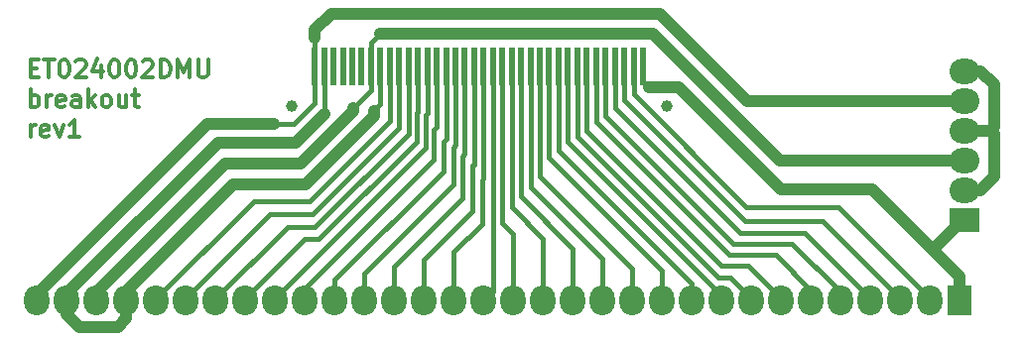
<source format=gtl>
G04 #@! TF.FileFunction,Copper,L1,Top,Signal*
%FSLAX46Y46*%
G04 Gerber Fmt 4.6, Leading zero omitted, Abs format (unit mm)*
G04 Created by KiCad (PCBNEW (2016-03-23 BZR 6647, Git bc699c8)-product) date Tue 13 Jun 2017 17:37:47 CEST*
%MOMM*%
G01*
G04 APERTURE LIST*
%ADD10C,0.100000*%
%ADD11C,0.300000*%
%ADD12R,2.159000X2.540000*%
%ADD13O,2.159000X2.540000*%
%ADD14R,2.540000X2.159000*%
%ADD15O,2.540000X2.159000*%
%ADD16R,0.500000X3.300000*%
%ADD17C,1.000000*%
%ADD18C,1.000000*%
%ADD19C,0.400000*%
G04 APERTURE END LIST*
D10*
D11*
X61357142Y-100142857D02*
X61857142Y-100142857D01*
X62071428Y-100928571D02*
X61357142Y-100928571D01*
X61357142Y-99428571D01*
X62071428Y-99428571D01*
X62500000Y-99428571D02*
X63357142Y-99428571D01*
X62928571Y-100928571D02*
X62928571Y-99428571D01*
X64142857Y-99428571D02*
X64285714Y-99428571D01*
X64428571Y-99500000D01*
X64500000Y-99571428D01*
X64571428Y-99714285D01*
X64642857Y-100000000D01*
X64642857Y-100357142D01*
X64571428Y-100642857D01*
X64500000Y-100785714D01*
X64428571Y-100857142D01*
X64285714Y-100928571D01*
X64142857Y-100928571D01*
X64000000Y-100857142D01*
X63928571Y-100785714D01*
X63857142Y-100642857D01*
X63785714Y-100357142D01*
X63785714Y-100000000D01*
X63857142Y-99714285D01*
X63928571Y-99571428D01*
X64000000Y-99500000D01*
X64142857Y-99428571D01*
X65214285Y-99571428D02*
X65285714Y-99500000D01*
X65428571Y-99428571D01*
X65785714Y-99428571D01*
X65928571Y-99500000D01*
X66000000Y-99571428D01*
X66071428Y-99714285D01*
X66071428Y-99857142D01*
X66000000Y-100071428D01*
X65142857Y-100928571D01*
X66071428Y-100928571D01*
X67357142Y-99928571D02*
X67357142Y-100928571D01*
X67000000Y-99357142D02*
X66642857Y-100428571D01*
X67571428Y-100428571D01*
X68428571Y-99428571D02*
X68571428Y-99428571D01*
X68714285Y-99500000D01*
X68785714Y-99571428D01*
X68857142Y-99714285D01*
X68928571Y-100000000D01*
X68928571Y-100357142D01*
X68857142Y-100642857D01*
X68785714Y-100785714D01*
X68714285Y-100857142D01*
X68571428Y-100928571D01*
X68428571Y-100928571D01*
X68285714Y-100857142D01*
X68214285Y-100785714D01*
X68142857Y-100642857D01*
X68071428Y-100357142D01*
X68071428Y-100000000D01*
X68142857Y-99714285D01*
X68214285Y-99571428D01*
X68285714Y-99500000D01*
X68428571Y-99428571D01*
X69857142Y-99428571D02*
X70000000Y-99428571D01*
X70142857Y-99500000D01*
X70214285Y-99571428D01*
X70285714Y-99714285D01*
X70357142Y-100000000D01*
X70357142Y-100357142D01*
X70285714Y-100642857D01*
X70214285Y-100785714D01*
X70142857Y-100857142D01*
X70000000Y-100928571D01*
X69857142Y-100928571D01*
X69714285Y-100857142D01*
X69642857Y-100785714D01*
X69571428Y-100642857D01*
X69500000Y-100357142D01*
X69500000Y-100000000D01*
X69571428Y-99714285D01*
X69642857Y-99571428D01*
X69714285Y-99500000D01*
X69857142Y-99428571D01*
X70928571Y-99571428D02*
X71000000Y-99500000D01*
X71142857Y-99428571D01*
X71500000Y-99428571D01*
X71642857Y-99500000D01*
X71714285Y-99571428D01*
X71785714Y-99714285D01*
X71785714Y-99857142D01*
X71714285Y-100071428D01*
X70857142Y-100928571D01*
X71785714Y-100928571D01*
X72428571Y-100928571D02*
X72428571Y-99428571D01*
X72785714Y-99428571D01*
X73000000Y-99500000D01*
X73142857Y-99642857D01*
X73214285Y-99785714D01*
X73285714Y-100071428D01*
X73285714Y-100285714D01*
X73214285Y-100571428D01*
X73142857Y-100714285D01*
X73000000Y-100857142D01*
X72785714Y-100928571D01*
X72428571Y-100928571D01*
X73928571Y-100928571D02*
X73928571Y-99428571D01*
X74428571Y-100500000D01*
X74928571Y-99428571D01*
X74928571Y-100928571D01*
X75642857Y-99428571D02*
X75642857Y-100642857D01*
X75714285Y-100785714D01*
X75785714Y-100857142D01*
X75928571Y-100928571D01*
X76214285Y-100928571D01*
X76357142Y-100857142D01*
X76428571Y-100785714D01*
X76500000Y-100642857D01*
X76500000Y-99428571D01*
X61357142Y-103478571D02*
X61357142Y-101978571D01*
X61357142Y-102550000D02*
X61500000Y-102478571D01*
X61785714Y-102478571D01*
X61928571Y-102550000D01*
X62000000Y-102621428D01*
X62071428Y-102764285D01*
X62071428Y-103192857D01*
X62000000Y-103335714D01*
X61928571Y-103407142D01*
X61785714Y-103478571D01*
X61500000Y-103478571D01*
X61357142Y-103407142D01*
X62714285Y-103478571D02*
X62714285Y-102478571D01*
X62714285Y-102764285D02*
X62785714Y-102621428D01*
X62857142Y-102550000D01*
X63000000Y-102478571D01*
X63142857Y-102478571D01*
X64214285Y-103407142D02*
X64071428Y-103478571D01*
X63785714Y-103478571D01*
X63642857Y-103407142D01*
X63571428Y-103264285D01*
X63571428Y-102692857D01*
X63642857Y-102550000D01*
X63785714Y-102478571D01*
X64071428Y-102478571D01*
X64214285Y-102550000D01*
X64285714Y-102692857D01*
X64285714Y-102835714D01*
X63571428Y-102978571D01*
X65571428Y-103478571D02*
X65571428Y-102692857D01*
X65500000Y-102550000D01*
X65357142Y-102478571D01*
X65071428Y-102478571D01*
X64928571Y-102550000D01*
X65571428Y-103407142D02*
X65428571Y-103478571D01*
X65071428Y-103478571D01*
X64928571Y-103407142D01*
X64857142Y-103264285D01*
X64857142Y-103121428D01*
X64928571Y-102978571D01*
X65071428Y-102907142D01*
X65428571Y-102907142D01*
X65571428Y-102835714D01*
X66285714Y-103478571D02*
X66285714Y-101978571D01*
X66428571Y-102907142D02*
X66857142Y-103478571D01*
X66857142Y-102478571D02*
X66285714Y-103050000D01*
X67714285Y-103478571D02*
X67571428Y-103407142D01*
X67500000Y-103335714D01*
X67428571Y-103192857D01*
X67428571Y-102764285D01*
X67500000Y-102621428D01*
X67571428Y-102550000D01*
X67714285Y-102478571D01*
X67928571Y-102478571D01*
X68071428Y-102550000D01*
X68142857Y-102621428D01*
X68214285Y-102764285D01*
X68214285Y-103192857D01*
X68142857Y-103335714D01*
X68071428Y-103407142D01*
X67928571Y-103478571D01*
X67714285Y-103478571D01*
X69500000Y-102478571D02*
X69500000Y-103478571D01*
X68857142Y-102478571D02*
X68857142Y-103264285D01*
X68928571Y-103407142D01*
X69071428Y-103478571D01*
X69285714Y-103478571D01*
X69428571Y-103407142D01*
X69500000Y-103335714D01*
X70000000Y-102478571D02*
X70571428Y-102478571D01*
X70214285Y-101978571D02*
X70214285Y-103264285D01*
X70285714Y-103407142D01*
X70428571Y-103478571D01*
X70571428Y-103478571D01*
X61357142Y-106028571D02*
X61357142Y-105028571D01*
X61357142Y-105314285D02*
X61428571Y-105171428D01*
X61500000Y-105100000D01*
X61642857Y-105028571D01*
X61785714Y-105028571D01*
X62857142Y-105957142D02*
X62714285Y-106028571D01*
X62428571Y-106028571D01*
X62285714Y-105957142D01*
X62214285Y-105814285D01*
X62214285Y-105242857D01*
X62285714Y-105100000D01*
X62428571Y-105028571D01*
X62714285Y-105028571D01*
X62857142Y-105100000D01*
X62928571Y-105242857D01*
X62928571Y-105385714D01*
X62214285Y-105528571D01*
X63428571Y-105028571D02*
X63785714Y-106028571D01*
X64142857Y-105028571D01*
X65500000Y-106028571D02*
X64642857Y-106028571D01*
X65071428Y-106028571D02*
X65071428Y-104528571D01*
X64928571Y-104742857D01*
X64785714Y-104885714D01*
X64642857Y-104957142D01*
D12*
X140640000Y-120000000D03*
D13*
X138100000Y-120000000D03*
X135560000Y-120000000D03*
X133020000Y-120000000D03*
X130480000Y-120000000D03*
X127940000Y-120000000D03*
X125400000Y-120000000D03*
X122860000Y-120000000D03*
X120320000Y-120000000D03*
X117780000Y-120000000D03*
X115240000Y-120000000D03*
X112700000Y-120000000D03*
X110160000Y-120000000D03*
X107620000Y-120000000D03*
X105080000Y-120000000D03*
X102540000Y-120000000D03*
X100000000Y-120000000D03*
X97460000Y-120000000D03*
X94920000Y-120000000D03*
X92380000Y-120000000D03*
X89840000Y-120000000D03*
X87300000Y-120000000D03*
X84760000Y-120000000D03*
X82220000Y-120000000D03*
X79680000Y-120000000D03*
X77140000Y-120000000D03*
X74600000Y-120000000D03*
X72060000Y-120000000D03*
X69520000Y-120000000D03*
X66980000Y-120000000D03*
X64440000Y-120000000D03*
X61900000Y-120000000D03*
D14*
X141000000Y-113080000D03*
D15*
X141000000Y-110540000D03*
X141000000Y-108000000D03*
X141000000Y-105460000D03*
X141000000Y-102920000D03*
X141000000Y-100380000D03*
D16*
X113600000Y-100000000D03*
X112800000Y-100000000D03*
X112000000Y-100000000D03*
X111200000Y-100000000D03*
X110400000Y-100000000D03*
X109600000Y-100000000D03*
X108800000Y-100000000D03*
X108000000Y-100000000D03*
X107200000Y-100000000D03*
X106400000Y-100000000D03*
X105600000Y-100000000D03*
X104800000Y-100000000D03*
X104000000Y-100000000D03*
X103200000Y-100000000D03*
X102400000Y-100000000D03*
X101600000Y-100000000D03*
X100800000Y-100000000D03*
X100000000Y-100000000D03*
X99200000Y-100000000D03*
X98400000Y-100000000D03*
X97600000Y-100000000D03*
X96800000Y-100000000D03*
X96000000Y-100000000D03*
X95200000Y-100000000D03*
X94400000Y-100000000D03*
X93600000Y-100000000D03*
X92800000Y-100000000D03*
X92000000Y-100000000D03*
X91200000Y-100000000D03*
X90400000Y-100000000D03*
X89600000Y-100000000D03*
X88800000Y-100000000D03*
X88000000Y-100000000D03*
X87200000Y-100000000D03*
X86400000Y-100000000D03*
X85600000Y-100000000D03*
D17*
X83600000Y-103350000D03*
X115600000Y-103350000D03*
D18*
X114100000Y-101800000D02*
X116690498Y-101800000D01*
X116690498Y-101800000D02*
X125390498Y-110500000D01*
X125390498Y-110500000D02*
X133156000Y-110500000D01*
X133156000Y-110500000D02*
X138300000Y-115644000D01*
X138300000Y-115644000D02*
X140640000Y-117984000D01*
X138300000Y-115644000D02*
X138300000Y-115627600D01*
X138300000Y-115627600D02*
X140847600Y-113080000D01*
X140847600Y-113080000D02*
X141000000Y-113080000D01*
X140640000Y-117984000D02*
X140640000Y-120000000D01*
D19*
X113600000Y-100000000D02*
X113600000Y-101300000D01*
X113600000Y-101300000D02*
X114100000Y-101800000D01*
X138100000Y-120000000D02*
X138100000Y-119809500D01*
X138100000Y-119809500D02*
X130287469Y-111996969D01*
X130287469Y-111996969D02*
X122445536Y-111996969D01*
X122445536Y-111996969D02*
X112800000Y-102351433D01*
X112800000Y-102351433D02*
X112800000Y-100000000D01*
X112000000Y-100000000D02*
X112000000Y-102881184D01*
X112000000Y-102881184D02*
X122304797Y-113185981D01*
X122304797Y-113185981D02*
X128936481Y-113185981D01*
X128936481Y-113185981D02*
X135560000Y-119809500D01*
X135560000Y-119809500D02*
X135560000Y-120000000D01*
X133020000Y-120000000D02*
X133020000Y-119809500D01*
X127409504Y-114199004D02*
X121874900Y-114199004D01*
X111200000Y-103524104D02*
X111200000Y-102050000D01*
X133020000Y-119809500D02*
X127409504Y-114199004D01*
X121874900Y-114199004D02*
X111200000Y-103524104D01*
X111200000Y-102050000D02*
X111200000Y-100000000D01*
X110400000Y-100000000D02*
X110400000Y-104195316D01*
X110400000Y-104195316D02*
X121322477Y-115117793D01*
X121322477Y-115117793D02*
X126344245Y-115117793D01*
X126344245Y-115117793D02*
X130480000Y-119253548D01*
X130480000Y-119253548D02*
X130480000Y-120000000D01*
X127940000Y-120000000D02*
X127940000Y-119092975D01*
X127940000Y-119092975D02*
X124955779Y-116108754D01*
X124955779Y-116108754D02*
X120955394Y-116108754D01*
X120955394Y-116108754D02*
X109600000Y-104753360D01*
X109600000Y-104753360D02*
X109600000Y-102050000D01*
X109600000Y-102050000D02*
X109600000Y-100000000D01*
X108800000Y-100000000D02*
X108800000Y-105500000D01*
X108800000Y-105500000D02*
X120300000Y-117000000D01*
X120300000Y-117000000D02*
X122552400Y-117000000D01*
X122552400Y-117000000D02*
X125400000Y-119847600D01*
X125400000Y-119847600D02*
X125400000Y-120000000D01*
X108000000Y-100000000D02*
X108000000Y-106000000D01*
X108000000Y-106000000D02*
X120000000Y-118000000D01*
X120000000Y-118000000D02*
X121012400Y-118000000D01*
X121012400Y-118000000D02*
X122860000Y-119847600D01*
X122860000Y-119847600D02*
X122860000Y-120000000D01*
X107200000Y-100000000D02*
X107200000Y-106455781D01*
X107200000Y-106455781D02*
X120320000Y-119575781D01*
X120320000Y-119575781D02*
X120320000Y-120000000D01*
X117780000Y-120000000D02*
X117780000Y-118563579D01*
X117780000Y-118563579D02*
X106400000Y-107183579D01*
X106400000Y-107183579D02*
X106400000Y-100000000D01*
X105600000Y-100000000D02*
X105600000Y-107798206D01*
X105600000Y-107798206D02*
X115240000Y-117438206D01*
X115240000Y-117438206D02*
X115240000Y-120000000D01*
X112700000Y-117300000D02*
X104800000Y-109400000D01*
X104800000Y-109400000D02*
X104800000Y-100000000D01*
X112700000Y-120000000D02*
X112700000Y-117300000D01*
X104000000Y-110300000D02*
X110160000Y-116460000D01*
X110160000Y-116460000D02*
X110160000Y-120000000D01*
X104000000Y-100000000D02*
X104000000Y-110300000D01*
X107620000Y-120000000D02*
X107620000Y-115531417D01*
X107620000Y-115531417D02*
X103200000Y-111111417D01*
X103200000Y-111111417D02*
X103200000Y-100000000D01*
X102400000Y-100000000D02*
X102400000Y-112042550D01*
X102400000Y-112042550D02*
X105080000Y-114722550D01*
X105080000Y-114722550D02*
X105080000Y-120000000D01*
X102540000Y-120000000D02*
X102540000Y-114285797D01*
X101600000Y-113345797D02*
X101600000Y-102050000D01*
X102540000Y-114285797D02*
X101600000Y-113345797D01*
X101600000Y-102050000D02*
X101600000Y-100000000D01*
X100800000Y-100000000D02*
X100800000Y-119200000D01*
X100800000Y-119200000D02*
X100000000Y-120000000D01*
X100000000Y-100000000D02*
X100000000Y-109561917D01*
X100000000Y-109561917D02*
X99861917Y-109700000D01*
X99861917Y-113434812D02*
X97460000Y-115836729D01*
X99861917Y-109700000D02*
X99861917Y-113434812D01*
X97460000Y-115836729D02*
X97460000Y-120000000D01*
X99200000Y-100000000D02*
X99200000Y-108339151D01*
X99200000Y-108339151D02*
X99039151Y-108500000D01*
X99039151Y-108500000D02*
X99039151Y-112375278D01*
X99039151Y-112375278D02*
X94920000Y-116494429D01*
X94920000Y-116494429D02*
X94920000Y-120000000D01*
X98400000Y-100000000D02*
X98400000Y-107420334D01*
X98400000Y-107420334D02*
X98155870Y-107664464D01*
X98155870Y-107664464D02*
X98155870Y-111286625D01*
X98155870Y-111286625D02*
X92380000Y-117062495D01*
X92380000Y-117062495D02*
X92380000Y-120000000D01*
X97600000Y-100000000D02*
X97600000Y-106715273D01*
X97600000Y-106715273D02*
X97393618Y-106921655D01*
X97393618Y-106921655D02*
X97393618Y-110094870D01*
X97393618Y-110094870D02*
X89840000Y-117648488D01*
X89840000Y-117648488D02*
X89840000Y-120000000D01*
X96800000Y-100000000D02*
X96800000Y-106127362D01*
X96800000Y-106127362D02*
X96811661Y-106139023D01*
X96811661Y-106139023D02*
X96555066Y-106395618D01*
X96555066Y-106395618D02*
X96555066Y-108943561D01*
X96555066Y-108943561D02*
X87300000Y-118198627D01*
X87300000Y-118198627D02*
X87300000Y-120000000D01*
X96000000Y-100000000D02*
X96000000Y-105148085D01*
X96000000Y-105148085D02*
X95748085Y-105400000D01*
X95748085Y-107957876D02*
X84760000Y-118945961D01*
X95748085Y-105400000D02*
X95748085Y-107957876D01*
X84760000Y-118945961D02*
X84760000Y-120000000D01*
X95200000Y-104014436D02*
X95053074Y-104161362D01*
X82220000Y-119809500D02*
X82220000Y-120000000D01*
X95053074Y-106976426D02*
X82220000Y-119809500D01*
X95053074Y-104161362D02*
X95053074Y-106976426D01*
X95200000Y-100000000D02*
X95200000Y-104014436D01*
X94400000Y-102050000D02*
X94400000Y-100000000D01*
X94400000Y-103895182D02*
X94400000Y-102050000D01*
X79680000Y-119809500D02*
X84760767Y-114728733D01*
X94279987Y-104015195D02*
X94400000Y-103895182D01*
X85945694Y-114728733D02*
X94279987Y-106394440D01*
X84760767Y-114728733D02*
X85945694Y-114728733D01*
X79680000Y-120000000D02*
X79680000Y-119809500D01*
X94279987Y-106394440D02*
X94279987Y-104015195D01*
X85610821Y-113694914D02*
X83254586Y-113694914D01*
X93584976Y-105720759D02*
X85610821Y-113694914D01*
X93584976Y-102065024D02*
X93584976Y-105720759D01*
X77140000Y-119809500D02*
X77140000Y-120000000D01*
X93600000Y-102050000D02*
X93584976Y-102065024D01*
X93600000Y-100000000D02*
X93600000Y-102050000D01*
X83254586Y-113694914D02*
X77140000Y-119809500D01*
X74600000Y-120000000D02*
X74600000Y-119809500D01*
X81787417Y-112622083D02*
X85435267Y-112622083D01*
X92800000Y-102050000D02*
X92800000Y-100000000D01*
X74600000Y-119809500D02*
X81787417Y-112622083D01*
X85435267Y-112622083D02*
X92800000Y-105257350D01*
X92800000Y-105257350D02*
X92800000Y-102050000D01*
X92000000Y-100000000D02*
X92000000Y-104633411D01*
X85142677Y-111490734D02*
X80378766Y-111490734D01*
X92000000Y-104633411D02*
X85142677Y-111490734D01*
X80378766Y-111490734D02*
X72060000Y-119809500D01*
X72060000Y-119809500D02*
X72060000Y-120000000D01*
D18*
X90625604Y-103800000D02*
X90625604Y-104257743D01*
X90625604Y-104257743D02*
X84807445Y-110075902D01*
X84807445Y-110075902D02*
X78651648Y-110075902D01*
X78651648Y-110075902D02*
X69520000Y-119207550D01*
X69520000Y-119207550D02*
X69520000Y-120000000D01*
D19*
X86400000Y-100000000D02*
X86400000Y-104066873D01*
D18*
X86400000Y-104066873D02*
X83970922Y-106495951D01*
X83970922Y-106495951D02*
X77362381Y-106495951D01*
X64440000Y-119418332D02*
X64440000Y-120000000D01*
X77362381Y-106495951D02*
X64440000Y-119418332D01*
X64440000Y-120000000D02*
X64440000Y-121165654D01*
X64440000Y-121165654D02*
X65525473Y-122251127D01*
X65525473Y-122251127D02*
X68782545Y-122251127D01*
X68782545Y-122251127D02*
X69520000Y-121513672D01*
X69520000Y-121513672D02*
X69520000Y-120000000D01*
D19*
X90625604Y-103800000D02*
X91200000Y-103225604D01*
X91200000Y-103225604D02*
X91200000Y-100000000D01*
D18*
X91150000Y-97200000D02*
X114485347Y-97200000D01*
X114485347Y-97200000D02*
X125285347Y-108000000D01*
X125285347Y-108000000D02*
X141000000Y-108000000D01*
X88900000Y-103550000D02*
X88900000Y-103783464D01*
X88900000Y-103783464D02*
X84418348Y-108265116D01*
X84418348Y-108265116D02*
X78000000Y-108265116D01*
X78000000Y-108265116D02*
X66980000Y-119285116D01*
X66980000Y-119285116D02*
X66980000Y-120000000D01*
D19*
X90400000Y-100000000D02*
X90400000Y-97950000D01*
X90400000Y-97950000D02*
X91150000Y-97200000D01*
X90400000Y-100000000D02*
X90400000Y-102050000D01*
X90400000Y-102050000D02*
X88900000Y-103550000D01*
D18*
X141000000Y-102920000D02*
X122470505Y-102920000D01*
X122470505Y-102920000D02*
X115014992Y-95464487D01*
X115014992Y-95464487D02*
X87035513Y-95464487D01*
X87035513Y-95464487D02*
X85600000Y-96900000D01*
X85600000Y-96900000D02*
X85600000Y-97500000D01*
D19*
X85600000Y-100000000D02*
X85600000Y-103145135D01*
X85600000Y-103145135D02*
X83815412Y-104929723D01*
X83815412Y-104929723D02*
X82070277Y-104929723D01*
D18*
X61900000Y-120000000D02*
X61900000Y-119460198D01*
X61900000Y-119460198D02*
X76430475Y-104929723D01*
X76430475Y-104929723D02*
X82070277Y-104929723D01*
D19*
X85600000Y-100000000D02*
X85600000Y-97500000D01*
D18*
X143260000Y-105460000D02*
X143547267Y-105172733D01*
X143547267Y-105172733D02*
X143547267Y-101513710D01*
X143547267Y-101513710D02*
X142413557Y-100380000D01*
X142413557Y-100380000D02*
X141000000Y-100380000D01*
X141000000Y-110540000D02*
X142363465Y-110540000D01*
X142363465Y-110540000D02*
X143536756Y-109366709D01*
X143536756Y-109366709D02*
X143536756Y-105736756D01*
X143536756Y-105736756D02*
X143260000Y-105460000D01*
X143260000Y-105460000D02*
X141000000Y-105460000D01*
M02*

</source>
